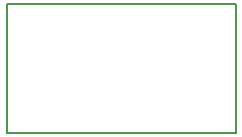
<source format=gbr>
G04 DipTrace 3.2.0.1*
G04 BoardOutline.gbr*
%MOMM*%
G04 #@! TF.FileFunction,Profile*
G04 #@! TF.Part,Single*
%ADD11C,0.14*%
%FSLAX35Y35*%
G04*
G71*
G90*
G75*
G01*
G04 BoardOutline*
%LPD*%
X0Y1095260D2*
D11*
X1940633D1*
Y0D1*
X0D1*
Y1095260D1*
M02*

</source>
